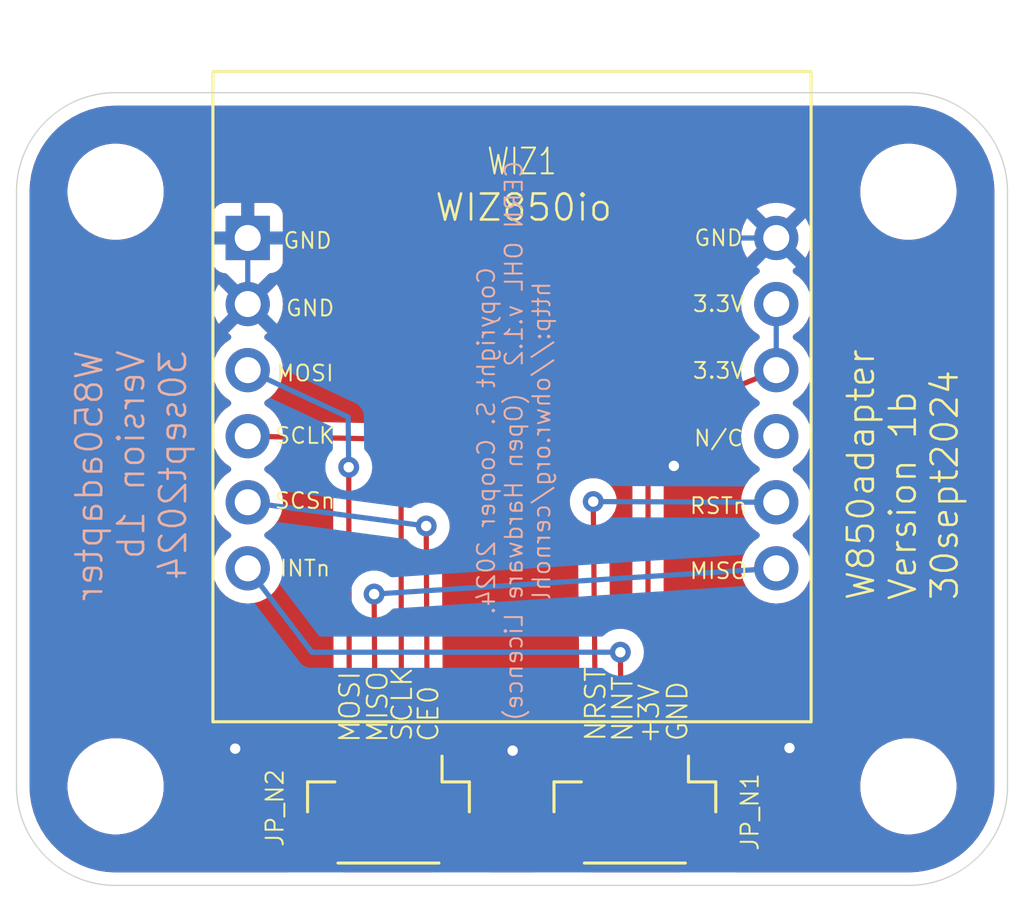
<source format=kicad_pcb>
(kicad_pcb (version 20240108) (generator "pcbnew") (generator_version "8.0")
  (title_block (title "W850adapter") (date "2024-09-27") (rev "1b"))
  (layers (0 "F.Cu" signal) (31 "B.Cu" signal) (34 "B.Paste" user) (35 "F.Paste" user) (36 "B.SilkS" user "B.Silkscreen") (37 "F.SilkS" user "F.Silkscreen") (38 "B.Mask" user) (39 "F.Mask" user) (44 "Edge.Cuts" user))
  (net 0 "")
  (net 1 "GND")
  (net 2 "NINT")
  (net 3 "NRST")
  (net 4 "+3V3")
  (net 5 "CE0")
  (net 7 "SCLK")
  (net 8 "MISO")
  (net 9 "MOSI")
  (footprint "MountingHole:MountingHole_3.2mm_M3" (layer "F.Cu") (at 3.81 3.81)
    (property "Reference" "H1" (at -0.0762 0.0762 0) (layer "F.SilkS") (effects (font (size 0.6604 0.6604) (thickness 0.0762))))
    (property "Value" "MountingHole" (hide yes))
    (pad "" np_thru_hole circle (at 0 0) (size 3.2 3.2) (drill 3.2) (layers "*.Cu" "*.Mask"))
  )
  (footprint "MountingHole:MountingHole_3.2mm_M3" (layer "F.Cu") (at 34.29 26.67)
    (property "Reference" "H4" (at -0.0762 0.0762 0) (layer "F.SilkS") (effects (font (size 0.6604 0.6604) (thickness 0.0762))))
    (property "Value" "MountingHole" (hide yes))
    (pad "" np_thru_hole circle (at 0 0) (size 3.2 3.2) (drill 3.2) (layers "*.Cu" "*.Mask"))
  )
  (footprint "MountingHole:MountingHole_3.2mm_M3" (layer "F.Cu") (at 3.81 26.67)
    (property "Reference" "H2" (at -0.0762 0.0762 0) (layer "F.SilkS") (effects (font (size 0.6604 0.6604) (thickness 0.0762))))
    (property "Value" "MountingHole" (hide yes))
    (pad "" np_thru_hole circle (at 0 0) (size 3.2 3.2) (drill 3.2) (layers "*.Cu" "*.Mask"))
  )
  (footprint "Connector_JST:JST_SH_BM04B-SRSS-TB_1x04-1MP_P1.00mm_Vertical" (layer "F.Cu") (at 23.7744 27.6098 180)
    (property "Reference" "JP_N1" (at -4.421 -0.0466 -90) (layer "F.SilkS") (effects (font (size 0.6604 0.6604) (thickness 0.0762))))
    (property "Value" "Conn_01x04" (hide yes))
    (fp_line (start 3.11 1.11) (end 2.06 1.11) (stroke (width 0.12)) (layer "F.SilkS"))
    (fp_line (start 3.11 -0.04) (end 3.11 1.11) (stroke (width 0.12)) (layer "F.SilkS"))
    (fp_line (start -1.94 -2.01) (end 1.94 -2.01) (stroke (width 0.12)) (layer "F.SilkS"))
    (fp_line (start -2.06 1.11) (end -2.06 2.1) (stroke (width 0.12)) (layer "F.SilkS"))
    (fp_line (start -3.11 1.11) (end -2.06 1.11) (stroke (width 0.12)) (layer "F.SilkS"))
    (fp_line (start -3.11 -0.04) (end -3.11 1.11) (stroke (width 0.12)) (layer "F.SilkS"))
    (pad "1" smd roundrect (at -1.5 1.325 180) (size 0.6 1.55) (layers "F.Cu" "F.Paste" "F.Mask") (net 1 "GND"))
    (pad "2" smd roundrect (at -0.5 1.325 180) (size 0.6 1.55) (layers "F.Cu" "F.Paste" "F.Mask") (net 4 "+3V3"))
    (pad "3" smd roundrect (at 0.5 1.325 180) (size 0.6 1.55) (layers "F.Cu" "F.Paste" "F.Mask") (net 2 "NINT"))
    (pad "4" smd roundrect (at 1.5 1.325 180) (size 0.6 1.55) (layers "F.Cu" "F.Paste" "F.Mask") (net 3 "NRST"))
    (pad "MP" smd roundrect (at -2.8 -1.2 180) (size 1.2 1.8) (layers "F.Cu" "F.Paste" "F.Mask") (roundrect_rratio 0.208333) (net 1 "GND"))
    (pad "MP" smd roundrect (at 2.8 -1.2 180) (size 1.2 1.8) (layers "F.Cu" "F.Paste" "F.Mask") (roundrect_rratio 0.208333) (net 1 "GND"))
  )
  (footprint "Connector_JST:JST_SH_BM04B-SRSS-TB_1x04-1MP_P1.00mm_Vertical" (layer "F.Cu") (at 14.3002 27.6098 180)
    (property "Reference" "JP_N2" (at 4.3674 0.1058 -90) (layer "F.SilkS") (effects (font (size 0.6604 0.6604) (thickness 0.0762))))
    (property "Value" "Conn_01x04" (hide yes))
    (fp_line (start 3.11 1.11) (end 2.06 1.11) (stroke (width 0.12)) (layer "F.SilkS"))
    (fp_line (start 3.11 -0.04) (end 3.11 1.11) (stroke (width 0.12)) (layer "F.SilkS"))
    (fp_line (start -1.94 -2.01) (end 1.94 -2.01) (stroke (width 0.12)) (layer "F.SilkS"))
    (fp_line (start -2.06 1.11) (end -2.06 2.1) (stroke (width 0.12)) (layer "F.SilkS"))
    (fp_line (start -3.11 1.11) (end -2.06 1.11) (stroke (width 0.12)) (layer "F.SilkS"))
    (fp_line (start -3.11 -0.04) (end -3.11 1.11) (stroke (width 0.12)) (layer "F.SilkS"))
    (pad "1" smd roundrect (at -1.5 1.325 180) (size 0.6 1.55) (layers "F.Cu" "F.Paste" "F.Mask") (net 5 "CE0"))
    (pad "2" smd roundrect (at -0.5 1.325 180) (size 0.6 1.55) (layers "F.Cu" "F.Paste" "F.Mask") (net 7 "SCLK"))
    (pad "3" smd roundrect (at 0.5 1.325 180) (size 0.6 1.55) (layers "F.Cu" "F.Paste" "F.Mask") (net 8 "MISO"))
    (pad "4" smd roundrect (at 1.5 1.325 180) (size 0.6 1.55) (layers "F.Cu" "F.Paste" "F.Mask") (net 9 "MOSI"))
    (pad "MP" smd roundrect (at -2.8 -1.2 180) (size 1.2 1.8) (layers "F.Cu" "F.Paste" "F.Mask") (roundrect_rratio 0.208333) (net 1 "GND"))
    (pad "MP" smd roundrect (at 2.8 -1.2 180) (size 1.2 1.8) (layers "F.Cu" "F.Paste" "F.Mask") (roundrect_rratio 0.208333) (net 1 "GND"))
  )
  (footprint "MountingHole:MountingHole_3.2mm_M3" (layer "F.Cu") (at 34.29 3.81)
    (property "Reference" "H3" (at -0.0762 0.0762 0) (layer "F.SilkS") (effects (font (size 0.6604 0.6604) (thickness 0.0762))))
    (property "Value" "MountingHole" (hide yes))
    (pad "" np_thru_hole circle (at 0 0) (size 3.2 3.2) (drill 3.2) (layers "*.Cu" "*.Mask"))
  )
  (footprint "ioPiZero:WIZ850io" (layer "F.Cu") (at 8.89 5.588)
    (property "Reference" "WIZ1" (at 10.54 -2.94 0) (layer "F.SilkS") (effects (font (size 0.9906 0.762) (thickness 0.0762))))
    (property "Value" "WIZ850io" (hide yes))
    (fp_line (start -1.34 -6.4) (end 21.66 -6.4) (stroke (width 0.12)) (layer "F.SilkS"))
    (fp_line (start -1.34 18.6) (end -1.34 -6.4) (stroke (width 0.12)) (layer "F.SilkS"))
    (fp_line (start 21.66 -6.4) (end 21.66 18.6) (stroke (width 0.12)) (layer "F.SilkS"))
    (fp_line (start 21.66 18.6) (end -1.34 18.6) (stroke (width 0.12)) (layer "F.SilkS"))
    (fp_text user "SCSn" (at 2.2 10.1 0) (layer "F.SilkS") (effects (font (size 0.6096 0.6096) (thickness 0.0762))))
    (fp_text user "3.3V" (at 18.1 2.5346 0) (layer "F.SilkS") (effects (font (size 0.6096 0.6096) (thickness 0.0762))))
    (fp_text user "3.3V" (at 18.1 5.1 0) (layer "F.SilkS") (effects (font (size 0.6096 0.6096) (thickness 0.0762))))
    (fp_text user "RSTn" (at 18.1 10.3 0) (layer "F.SilkS") (effects (font (size 0.6096 0.6096) (thickness 0.0762))))
    (fp_text user "MOSI" (at 2.2 5.2 0) (layer "F.SilkS") (effects (font (size 0.6096 0.6096) (thickness 0.0762))))
    (fp_text user "N/C" (at 18.1 7.7 0) (layer "F.SilkS") (effects (font (size 0.6096 0.6096) (thickness 0.0762))))
    (fp_text user "SCLK" (at 2.2 7.6 0) (layer "F.SilkS") (effects (font (size 0.6096 0.6096) (thickness 0.0762))))
    (fp_text user "MISO" (at 18.1 12.8 0) (layer "F.SilkS") (effects (font (size 0.6096 0.6096) (thickness 0.0762))))
    (fp_text user "GND" (at 2.4 2.7 0) (layer "F.SilkS") (effects (font (size 0.6096 0.6096) (thickness 0.0762))))
    (fp_text user "GND" (at 18.1 0 0) (layer "F.SilkS") (effects (font (size 0.6096 0.6096) (thickness 0.0762))))
    (fp_text user "INTn" (at 2.2 12.7 0) (layer "F.SilkS") (effects (font (size 0.6096 0.6096) (thickness 0.0762))))
    (fp_text user "GND" (at 2.3 0.1 0) (layer "F.SilkS") (effects (font (size 0.6096 0.6096) (thickness 0.0762))))
    (pad "1" thru_hole rect (at 0 0) (size 1.7 1.7) (drill 1) (layers "*.Cu" "*.Mask") (net 1 "GND"))
    (pad "2" thru_hole circle (at 0 2.54) (size 1.7 1.7) (drill 1) (layers "*.Cu" "*.Mask") (net 1 "GND"))
    (pad "3" thru_hole circle (at 0 5.08) (size 1.7 1.7) (drill 1) (layers "*.Cu" "*.Mask") (net 9 "MOSI"))
    (pad "4" thru_hole circle (at 0 7.62) (size 1.7 1.7) (drill 1) (layers "*.Cu" "*.Mask") (net 7 "SCLK"))
    (pad "5" thru_hole circle (at 0 10.16) (size 1.7 1.7) (drill 1) (layers "*.Cu" "*.Mask") (net 5 "CE0"))
    (pad "6" thru_hole circle (at 0 12.7) (size 1.7 1.7) (drill 1) (layers "*.Cu" "*.Mask") (net 2 "NINT"))
    (pad "7" thru_hole circle (at 20.32 0) (size 1.7 1.7) (drill 1) (layers "*.Cu" "*.Mask") (net 1 "GND"))
    (pad "8" thru_hole circle (at 20.32 2.54) (size 1.7 1.7) (drill 1) (layers "*.Cu" "*.Mask") (net 4 "+3V3"))
    (pad "9" thru_hole circle (at 20.32 5.08) (size 1.7 1.7) (drill 1) (layers "*.Cu" "*.Mask") (net 4 "+3V3"))
    (pad "10" thru_hole circle (at 20.32 7.62) (size 1.7 1.7) (drill 1) (layers "*.Cu" "*.Mask"))
    (pad "11" thru_hole circle (at 20.32 10.16) (size 1.7 1.7) (drill 1) (layers "*.Cu" "*.Mask") (net 3 "NRST"))
    (pad "12" thru_hole circle (at 20.32 12.7) (size 1.7 1.7) (drill 1) (layers "*.Cu" "*.Mask") (net 8 "MISO"))
  )
  (gr_arc (start 3.81 30.48) (mid 1.115923 29.364077) (end 0 26.67) (stroke (width 0.05)) (layer "Edge.Cuts"))
  (gr_arc (start 38.1 26.67) (mid 36.984077 29.364077) (end 34.29 30.48) (stroke (width 0.05)) (layer "Edge.Cuts"))
  (gr_arc (start 34.29 0) (mid 36.984077 1.115923) (end 38.1 3.81) (stroke (width 0.05)) (layer "Edge.Cuts"))
  (gr_line (start 38.1 3.81) (end 38.1 26.67) (stroke (width 0.05)) (layer "Edge.Cuts"))
  (gr_arc (start 0 3.81) (mid 1.115923 1.115923) (end 3.81 0) (stroke (width 0.05)) (layer "Edge.Cuts"))
  (gr_line (start 3.81 0) (end 34.29 0) (stroke (width 0.05)) (layer "Edge.Cuts"))
  (gr_line (start 34.29 30.48) (end 3.81 30.48) (stroke (width 0.05)) (layer "Edge.Cuts"))
  (gr_line (start 0 26.67) (end 0 3.81) (stroke (width 0.05)) (layer "Edge.Cuts"))
  (gr_text "W850adapter\nVersion 1b\n30sept2024" (at 6.604 9.8298 90) (layer "B.SilkS") (effects (font (size 1 1) (thickness 0.1)) (justify left bottom mirror)))
  (gr_text "Copyright S. Cooper 2024.\nCERN OHL v.1.2  (Open Hardware Licence)\nhttp://ohwr.org/cernohl" (at 20.574 13.3858 90) (layer "B.SilkS") (effects (font (size 0.6604 0.6604) (thickness 0.0762)) (justify bottom mirror)))
  (gr_text "GND" (at 25.8572 24.9936 90) (layer "F.SilkS") (effects (font (size 0.762 0.762) (thickness 0.0762)) (justify left bottom)))
  (gr_text "WIZ850io" (at 16.0274 5.0038 0) (layer "F.SilkS") (effects (font (size 1 1) (thickness 0.1)) (justify left bottom)))
  (gr_text "W850adapter\nVersion 1b\n30sept2024" (at 36.2712 19.5834 90) (layer "F.SilkS") (effects (font (size 1 1) (thickness 0.1)) (justify left bottom)))
  (gr_text "NRST" (at 22.7076 24.9936 90) (layer "F.SilkS") (effects (font (size 0.762 0.762) (thickness 0.0762)) (justify left bottom)))
  (gr_text "MOSI" (at 13.2588 25.0444 90) (layer "F.SilkS") (effects (font (size 0.762 0.762) (thickness 0.0762)) (justify left bottom)))
  (gr_text "NINT" (at 23.749 25.019 90) (layer "F.SilkS") (effects (font (size 0.762 0.762) (thickness 0.0762)) (justify left bottom)))
  (gr_text "SCLK" (at 15.2654 24.9936 90) (layer "F.SilkS") (effects (font (size 0.762 0.762) (thickness 0.0762)) (justify left bottom)))
  (gr_text "MISO" (at 14.3256 25.0444 90) (layer "F.SilkS") (effects (font (size 0.762 0.762) (thickness 0.0762)) (justify left bottom)))
  (gr_text "CE0" (at 16.2814 25.019 90) (layer "F.SilkS") (effects (font (size 0.762 0.762) (thickness 0.0762)) (justify left bottom)))
  (gr_text "+3V" (at 24.765 25.0952 90) (layer "F.SilkS") (effects (font (size 0.762 0.762) (thickness 0.0762)) (justify left bottom)))
  (segment (start 20.9744 28.8098) (end 17.1002 28.8098) (width 0.2) (layer "F.Cu") (net 1))
  (segment (start 25.273 14.351) (end 25.2744 26.2848) (width 0.2) (layer "F.Cu") (net 1))
  (segment (start 26.5744 28.8098) (end 20.9744 28.8098) (width 0.2) (layer "F.Cu") (net 1))
  (segment (start 11.5002 28.8098) (end 17.1002 28.8098) (width 0.2) (layer "F.Cu") (net 1))
  (segment (start 25.2744 26.2848) (end 25.2984 28.8098) (width 0.2) (layer "F.Cu") (net 1))
  (via (at 8.4074 25.2222) (size 0.8) (drill 0.4) (layers "F.Cu" "B.Cu") (net 1))
  (via (at 25.273 14.351) (size 0.8) (drill 0.4) (layers "F.Cu" "B.Cu") (net 1))
  (via (at 19.0754 25.2984) (size 0.8) (drill 0.4) (layers "F.Cu" "B.Cu") (net 1))
  (via (at 29.718 25.1968) (size 0.8) (drill 0.4) (layers "F.Cu" "B.Cu") (net 1))
  (segment (start 17.7292 5.588) (end 24.1554 5.588) (width 0.2) (layer "B.Cu") (net 1))
  (segment (start 25.1206 5.588) (end 25.273 14.351) (width 0.2) (layer "B.Cu") (net 1))
  (segment (start 8.89 8.128) (end 8.89 5.588) (width 0.2) (layer "B.Cu") (net 1))
  (segment (start 24.1554 5.588) (end 25.1206 5.588) (width 0.2) (layer "B.Cu") (net 1))
  (segment (start 8.89 5.588) (end 17.7292 5.588) (width 0.2) (layer "B.Cu") (net 1))
  (segment (start 25.1206 5.588) (end 29.21 5.588) (width 0.2) (layer "B.Cu") (net 1))
  (segment (start 23.2744 26.2848) (end 23.2156 21.5138) (width 0.2) (layer "F.Cu") (net 2))
  (via (at 23.2156 21.5138) (size 0.8) (drill 0.4) (layers "F.Cu" "B.Cu") (net 2))
  (segment (start 23.2156 21.5138) (end 11.3538 21.5138) (width 0.2) (layer "B.Cu") (net 2))
  (segment (start 11.3538 21.5138) (end 8.89 18.288) (width 0.2) (layer "B.Cu") (net 2))
  (segment (start 22.2744 26.2848) (end 22.1742 15.7226) (width 0.2) (layer "F.Cu") (net 3))
  (via (at 22.1742 15.7226) (size 0.8) (drill 0.4) (layers "F.Cu" "B.Cu") (net 3))
  (segment (start 22.1742 15.7226) (end 29.21 15.748) (width 0.2) (layer "B.Cu") (net 3))
  (segment (start 24.2744 26.2848) (end 24.2824 12.7254) (width 0.2) (layer "F.Cu") (net 4))
  (segment (start 24.2824 12.7254) (end 29.21 10.668) (width 0.2) (layer "F.Cu") (net 4))
  (segment (start 29.21 8.128) (end 29.21 10.668) (width 0.2) (layer "B.Cu") (net 4))
  (segment (start 15.8002 26.2848) (end 15.752066 16.6624) (width 0.2) (layer "F.Cu") (net 5))
  (via (at 15.752066 16.6624) (size 0.8) (drill 0.4) (layers "F.Cu" "B.Cu") (net 5))
  (segment (start 15.752066 16.6624) (end 8.89 15.748) (width 0.2) (layer "B.Cu") (net 5))
  (segment (start 13.6652 13.3096) (end 8.89 13.208) (width 0.2) (layer "F.Cu") (net 7))
  (segment (start 14.8002 26.2848) (end 14.7828 14.2748) (width 0.2) (layer "F.Cu") (net 7))
  (segment (start 14.7828 14.2748) (end 13.6652 13.3096) (width 0.2) (layer "F.Cu") (net 7))
  (segment (start 13.8002 26.2848) (end 13.748847 19.2786) (width 0.2) (layer "F.Cu") (net 8))
  (via (at 13.748847 19.2786) (size 0.8) (drill 0.4) (layers "F.Cu" "B.Cu") (net 8))
  (segment (start 13.748847 19.2786) (end 29.21 18.288) (width 0.2) (layer "B.Cu") (net 8))
  (segment (start 12.8002 26.2848) (end 12.771782 14.4018) (width 0.2) (layer "F.Cu") (net 9))
  (via (at 12.771782 14.4018) (size 0.8) (drill 0.4) (layers "F.Cu" "B.Cu") (net 9))
  (segment (start 12.7508 12.4714) (end 8.89 10.668) (width 0.2) (layer "B.Cu") (net 9))
  (segment (start 12.771782 14.4018) (end 12.7508 12.4714) (width 0.2) (layer "B.Cu") (net 9))
  (zone (net 1) (net_name "GND") (layers "F&B.Cu") (connect_pads (clearance 0.5)) (min_thickness 0.25) (fill yes (thermal_gap 0.5) (thermal_bridge_width 0.5))
    (polygon (pts (xy -0.635 -0.635) (xy 38.735 -0.635) (xy 38.735 31.115) (xy -0.635 31.115)))
  )
)
</source>
